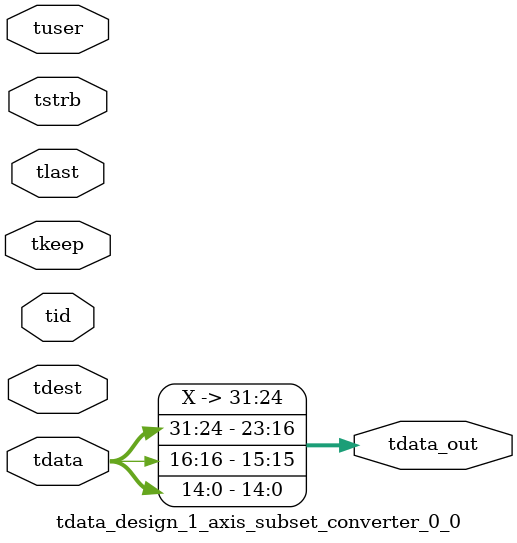
<source format=v>


`timescale 1ps/1ps

module tdata_design_1_axis_subset_converter_0_0 #
(
parameter C_S_AXIS_TDATA_WIDTH = 32,
parameter C_S_AXIS_TUSER_WIDTH = 0,
parameter C_S_AXIS_TID_WIDTH   = 0,
parameter C_S_AXIS_TDEST_WIDTH = 0,
parameter C_M_AXIS_TDATA_WIDTH = 32
)
(
input  [(C_S_AXIS_TDATA_WIDTH == 0 ? 1 : C_S_AXIS_TDATA_WIDTH)-1:0     ] tdata,
input  [(C_S_AXIS_TUSER_WIDTH == 0 ? 1 : C_S_AXIS_TUSER_WIDTH)-1:0     ] tuser,
input  [(C_S_AXIS_TID_WIDTH   == 0 ? 1 : C_S_AXIS_TID_WIDTH)-1:0       ] tid,
input  [(C_S_AXIS_TDEST_WIDTH == 0 ? 1 : C_S_AXIS_TDEST_WIDTH)-1:0     ] tdest,
input  [(C_S_AXIS_TDATA_WIDTH/8)-1:0 ] tkeep,
input  [(C_S_AXIS_TDATA_WIDTH/8)-1:0 ] tstrb,
input                                                                    tlast,
output [C_M_AXIS_TDATA_WIDTH-1:0] tdata_out
);

assign tdata_out = {tdata[40:40], tdata[38:24], tdata[16:16], tdata[14:0]};

endmodule


</source>
